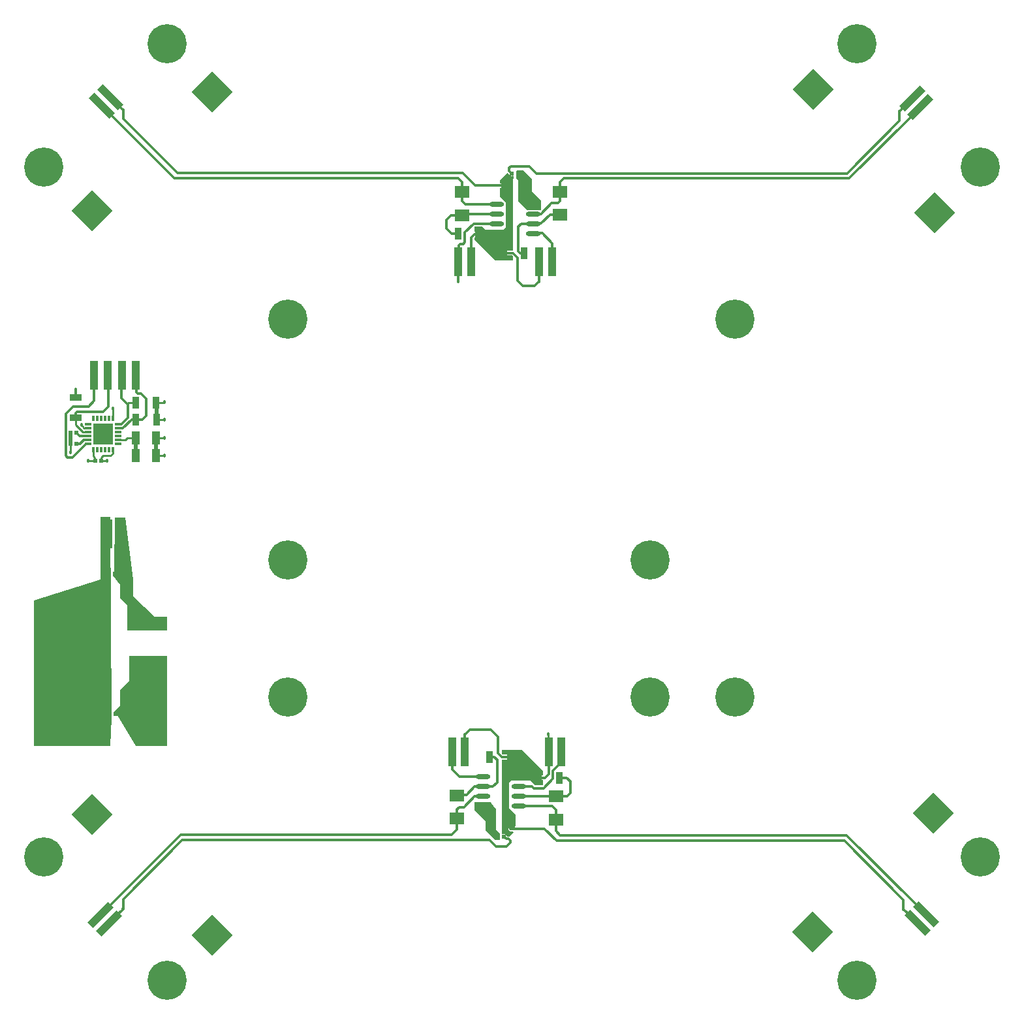
<source format=gtl>
G04*
G04 #@! TF.GenerationSoftware,Altium Limited,Altium Designer,20.1.14 (287)*
G04*
G04 Layer_Physical_Order=1*
G04 Layer_Color=255*
%FSLAX25Y25*%
%MOIN*%
G70*
G04*
G04 #@! TF.SameCoordinates,1D987C98-FF78-4C22-975A-79D4403F1CEA*
G04*
G04*
G04 #@! TF.FilePolarity,Positive*
G04*
G01*
G75*
%ADD14P,0.21213X4X90.0*%
%ADD15R,0.04000X0.15000*%
%ADD16R,0.15000X0.15000*%
%ADD17R,0.37795X0.41142*%
%ADD18R,0.16142X0.04134*%
%ADD19O,0.07480X0.02362*%
%ADD20R,0.03378X0.06347*%
%ADD21R,0.07480X0.05906*%
%ADD22R,0.04331X0.06693*%
%ADD23R,0.02047X0.02047*%
G04:AMPARAMS|DCode=24|XSize=150mil|YSize=40mil|CornerRadius=0mil|HoleSize=0mil|Usage=FLASHONLY|Rotation=45.000|XOffset=0mil|YOffset=0mil|HoleType=Round|Shape=Rectangle|*
%AMROTATEDRECTD24*
4,1,4,-0.03889,-0.06718,-0.06718,-0.03889,0.03889,0.06718,0.06718,0.03889,-0.03889,-0.06718,0.0*
%
%ADD24ROTATEDRECTD24*%

G04:AMPARAMS|DCode=25|XSize=150mil|YSize=40mil|CornerRadius=0mil|HoleSize=0mil|Usage=FLASHONLY|Rotation=135.000|XOffset=0mil|YOffset=0mil|HoleType=Round|Shape=Rectangle|*
%AMROTATEDRECTD25*
4,1,4,0.06718,-0.03889,0.03889,-0.06718,-0.06718,0.03889,-0.03889,0.06718,0.06718,-0.03889,0.0*
%
%ADD25ROTATEDRECTD25*%

%ADD26R,0.06102X0.03543*%
%ADD27R,0.01378X0.03150*%
%ADD28R,0.03347X0.01378*%
%ADD29R,0.10236X0.10630*%
%ADD30R,0.03543X0.06102*%
%ADD47C,0.01000*%
%ADD48C,0.02000*%
%ADD49C,0.01400*%
%ADD50C,0.20000*%
%ADD51C,0.01800*%
G36*
X321339Y537275D02*
X322602Y536011D01*
X322999Y535746D01*
X323467Y535653D01*
X323936Y535746D01*
X323996Y535787D01*
X324494Y535518D01*
X324486Y534691D01*
X323960Y534165D01*
Y497506D01*
X319393D01*
X318924Y497413D01*
X318527Y497147D01*
X318262Y496750D01*
X318169Y496282D01*
X318262Y495814D01*
X318527Y495417D01*
X318924Y495152D01*
X319393Y495059D01*
X323625D01*
X323960Y494725D01*
Y492542D01*
X314960D01*
X304379Y503124D01*
X304472Y503217D01*
Y504233D01*
X304839Y504600D01*
X306072D01*
X306314Y504648D01*
X306540Y504693D01*
X306540Y504693D01*
X306540Y504693D01*
X306745Y504829D01*
X306937Y504958D01*
X307387Y505408D01*
X307387Y505408D01*
X307388Y505408D01*
X307491Y505511D01*
X307756Y505908D01*
X307849Y506377D01*
X307756Y506845D01*
X307491Y507242D01*
X307094Y507507D01*
X306626Y507600D01*
X306158Y507507D01*
X305761Y507242D01*
X305658Y507139D01*
X305657Y507139D01*
X305566Y507047D01*
X304472D01*
Y510013D01*
X308509D01*
X310159Y508364D01*
X319420D01*
X320538Y509481D01*
Y522156D01*
X317365Y525329D01*
Y529502D01*
X318068D01*
X319059Y528511D01*
X319456Y528246D01*
X319924Y528153D01*
X320392Y528246D01*
X320789Y528511D01*
X321054Y528908D01*
X321147Y529377D01*
X321054Y529845D01*
X320789Y530242D01*
X319440Y531591D01*
X319043Y531856D01*
X318575Y531949D01*
X317365D01*
Y533422D01*
X321228Y537286D01*
X321339Y537275D01*
D02*
G37*
G36*
X333778Y534146D02*
Y527806D01*
X338428Y523157D01*
X338428Y518298D01*
X331468D01*
X326741Y523024D01*
Y533341D01*
X325676Y534406D01*
X325649Y538097D01*
X326001Y538452D01*
X329463Y538462D01*
X333778Y534146D01*
D02*
G37*
G36*
X130000Y329500D02*
Y321000D01*
X141000Y310500D01*
X147500D01*
Y303500D01*
X127000D01*
Y316500D01*
X123500Y320000D01*
Y326834D01*
X119551Y331519D01*
X120404Y333583D01*
X120822Y361340D01*
X125998D01*
X130000Y329500D01*
D02*
G37*
G36*
X147500Y283500D02*
Y264000D01*
Y244556D01*
X131370D01*
X122098Y260061D01*
X120051D01*
Y262024D01*
X123500Y265000D01*
Y273000D01*
X128000Y278000D01*
Y290500D01*
X147500D01*
Y283500D01*
D02*
G37*
G36*
X119000Y259000D02*
X118293Y244473D01*
X79500D01*
Y319000D01*
X113500Y329500D01*
Y361523D01*
X118293D01*
X119000Y259000D01*
D02*
G37*
G36*
X339270Y232019D02*
Y229596D01*
X337142D01*
X336673Y229503D01*
X336277Y229238D01*
X336011Y228841D01*
X335918Y228373D01*
X336011Y227904D01*
X336277Y227507D01*
X336673Y227242D01*
X337142Y227149D01*
X339270D01*
Y224632D01*
X335169D01*
X332943Y226859D01*
X323026D01*
X322995Y226890D01*
X322119Y226014D01*
Y213011D01*
X322127D01*
X325500Y209637D01*
Y203458D01*
X322806D01*
X322337Y203365D01*
X321940Y203100D01*
X321675Y202703D01*
X321582Y202235D01*
X321675Y201767D01*
X321940Y201370D01*
X322337Y201104D01*
X322806Y201011D01*
X324159D01*
X324350Y200549D01*
X322032Y198231D01*
X321793Y198279D01*
X321127D01*
X320263Y199143D01*
X319866Y199408D01*
X319397Y199502D01*
X318952Y199413D01*
X318925Y199411D01*
X318452Y199691D01*
X318452Y237649D01*
X322590D01*
X323059Y237742D01*
X323456Y238007D01*
X323721Y238404D01*
X323814Y238873D01*
X323721Y239341D01*
X323456Y239738D01*
X323059Y240003D01*
X322590Y240096D01*
X318822D01*
X318452Y240466D01*
Y242613D01*
X328677D01*
X339270Y232019D01*
D02*
G37*
G36*
X313046Y215132D02*
X315236Y212269D01*
Y201911D01*
X317295Y199853D01*
Y196703D01*
X314997D01*
X310145Y201555D01*
Y206331D01*
X304437Y211992D01*
Y215753D01*
X312571D01*
X313046Y215132D01*
D02*
G37*
D14*
X477042Y149416D02*
D03*
X538547Y210170D02*
D03*
X108932Y517833D02*
D03*
X170437Y578587D02*
D03*
X477413Y579883D02*
D03*
X539264Y516743D02*
D03*
X170436Y147793D02*
D03*
X108919Y209700D02*
D03*
D15*
X117199Y433952D02*
D03*
X110106D02*
D03*
X124292D02*
D03*
X131385D02*
D03*
X123484Y352854D02*
D03*
X117372Y352915D02*
D03*
X348734Y241595D02*
D03*
X342250D02*
D03*
X299483D02*
D03*
X292995D02*
D03*
X302575Y491755D02*
D03*
X296091D02*
D03*
X337511D02*
D03*
X343995D02*
D03*
D16*
X139509Y252779D02*
D03*
D17*
X99327Y297000D02*
D03*
D18*
X138500Y307000D02*
D03*
Y287000D02*
D03*
D19*
X308571Y228778D02*
D03*
Y223778D02*
D03*
Y218778D02*
D03*
Y213778D02*
D03*
X327075Y228778D02*
D03*
Y223778D02*
D03*
Y218778D02*
D03*
Y213778D02*
D03*
X334294Y506377D02*
D03*
Y511377D02*
D03*
Y516377D02*
D03*
Y521377D02*
D03*
X315790Y506377D02*
D03*
Y511377D02*
D03*
Y516377D02*
D03*
Y521377D02*
D03*
D20*
X312142Y238873D02*
D03*
X322590D02*
D03*
X329841Y496282D02*
D03*
X319393D02*
D03*
X347590Y228373D02*
D03*
X337142D02*
D03*
X296074Y506273D02*
D03*
X306522D02*
D03*
D21*
X295366Y219278D02*
D03*
Y207467D02*
D03*
X348117Y515877D02*
D03*
Y527688D02*
D03*
X345970Y218835D02*
D03*
Y207024D02*
D03*
X298203Y515702D02*
D03*
Y527513D02*
D03*
D22*
X312705Y205778D02*
D03*
X322941D02*
D03*
X330160Y529377D02*
D03*
X319924D02*
D03*
X126618Y325000D02*
D03*
X116382D02*
D03*
X126736Y268500D02*
D03*
X116500D02*
D03*
X131518Y401866D02*
D03*
X141754D02*
D03*
X131474Y392866D02*
D03*
X141711D02*
D03*
D23*
X323467Y536877D02*
D03*
X326617D02*
D03*
X319397Y198278D02*
D03*
X316248D02*
D03*
X117425Y332500D02*
D03*
X120575D02*
D03*
X117925Y261000D02*
D03*
X121075D02*
D03*
X97910Y404568D02*
D03*
X101059D02*
D03*
X113711Y390366D02*
D03*
X110561D02*
D03*
X97884Y398889D02*
D03*
X101033D02*
D03*
D24*
X113499Y158308D02*
D03*
X117800Y154007D02*
D03*
X532197Y570781D02*
D03*
X527896Y575082D02*
D03*
D25*
X534959Y158440D02*
D03*
X530607Y154129D02*
D03*
X114193Y571418D02*
D03*
X118545Y575729D02*
D03*
D26*
X100636Y412149D02*
D03*
Y422583D02*
D03*
D27*
X119632Y411740D02*
D03*
X117664D02*
D03*
X115695D02*
D03*
X113726D02*
D03*
X111758D02*
D03*
X109790D02*
D03*
Y395992D02*
D03*
X111758D02*
D03*
X113726D02*
D03*
X115695D02*
D03*
X117664D02*
D03*
X119632D02*
D03*
D28*
X106935Y408787D02*
D03*
Y406819D02*
D03*
Y404850D02*
D03*
Y402882D02*
D03*
Y400913D02*
D03*
Y398945D02*
D03*
X122486D02*
D03*
Y400913D02*
D03*
Y402882D02*
D03*
Y404850D02*
D03*
Y406819D02*
D03*
Y408787D02*
D03*
D29*
X114711Y403866D02*
D03*
D30*
X131494Y411366D02*
D03*
X141927D02*
D03*
X141852Y419866D02*
D03*
X131419D02*
D03*
D47*
X342149Y241664D02*
X342234Y241578D01*
X342149Y241664D02*
Y250532D01*
X119632Y411740D02*
X119694Y411802D01*
Y416669D01*
X119755Y416731D01*
X97884Y398889D02*
X97888Y398886D01*
Y394566D02*
Y398886D01*
Y394566D02*
X97891Y394563D01*
X110553Y390358D02*
X110561Y390366D01*
X107099Y390358D02*
X110553D01*
X107090Y390349D02*
X107099Y390358D01*
X113711Y390366D02*
X113719Y390358D01*
X116847D01*
X116855Y390349D01*
X141927Y411366D02*
X141980Y411313D01*
X145943D01*
X141852Y419866D02*
X145364D01*
X145702Y420203D01*
X145918D01*
X141711Y392866D02*
X141806Y392771D01*
X145918D01*
X141754Y401866D02*
X141779Y401891D01*
X145918D01*
X100636Y408479D02*
X104235Y404880D01*
Y404850D02*
Y404880D01*
X100636Y408479D02*
Y412149D01*
X104235Y404850D02*
X106935D01*
X103743Y408368D02*
Y408584D01*
Y408368D02*
X104262Y407849D01*
Y407684D02*
Y407849D01*
Y407684D02*
X104868Y407078D01*
Y407005D02*
Y407078D01*
Y407005D02*
X106749D01*
X106935Y406819D01*
X131391Y419838D02*
X131419Y419866D01*
X127136Y419252D02*
X127722Y419838D01*
X131391D01*
X119587Y395946D02*
X119632Y395992D01*
X119587Y394023D02*
Y395946D01*
X113645Y391941D02*
X114686Y392982D01*
X118545D01*
X119587Y394023D01*
X113645Y390432D02*
Y391941D01*
Y390432D02*
X113711Y390366D01*
X110494Y390433D02*
X110561Y390366D01*
X110494Y390433D02*
Y391941D01*
X109790Y392645D02*
Y395992D01*
Y392645D02*
X110494Y391941D01*
X106897Y400951D02*
X106935Y400913D01*
X126183D02*
X127136Y401866D01*
X131518D01*
X131136Y393205D02*
X131474Y392866D01*
X106919Y402866D02*
X106935Y402882D01*
X122486Y400913D02*
X126183D01*
D48*
X97910Y398915D02*
Y404568D01*
X97884Y398889D02*
X97910Y398915D01*
X141890Y411403D02*
X141927Y411366D01*
X141890Y411403D02*
Y419829D01*
X141852Y419866D02*
X141890Y419829D01*
X131474Y392866D02*
X131496Y392888D01*
Y401844D01*
X131518Y401866D01*
X141732Y401844D02*
X141754Y401866D01*
X141732Y392888D02*
Y401844D01*
X141711Y392866D02*
X141732Y392888D01*
D49*
X100604Y422615D02*
X100636Y422583D01*
X100604Y422615D02*
Y426572D01*
X100636Y412149D02*
Y414500D01*
X101497Y415360D01*
X114560D01*
X102746Y402882D02*
X106935D01*
X101059Y404568D02*
X102746Y402882D01*
X101033Y398889D02*
X101133Y398988D01*
X102919D01*
X104833Y400902D02*
X106924D01*
X102919Y398988D02*
X104833Y400902D01*
X106924D02*
X106935Y400913D01*
X98968Y391940D02*
X105973Y398945D01*
X95633Y392760D02*
Y414077D01*
X96453Y391940D02*
X98968D01*
X95633Y392760D02*
X96453Y391940D01*
X320655Y193116D02*
X322614Y195075D01*
X319397Y198278D02*
X320620Y197055D01*
X321793D01*
X322614Y196235D01*
Y195075D02*
Y196235D01*
X315238Y193116D02*
X320655D01*
X155125Y196389D02*
X311966D01*
X315238Y193116D01*
X124885Y166149D02*
X155125Y196389D01*
X117800Y154212D02*
X124885Y161297D01*
Y166149D01*
X117800Y154007D02*
Y154212D01*
X113499Y158308D02*
X154379Y199188D01*
X292823D01*
X295373Y201738D01*
X322806Y202235D02*
X340196D01*
X346325Y196105D01*
X493246D02*
X523508Y165843D01*
X346325Y196105D02*
X493246D01*
X523508Y161228D02*
X530607Y154129D01*
X523508Y161228D02*
Y165843D01*
X534959Y158440D02*
Y158440D01*
X528270Y165129D02*
X534959Y158440D01*
X528270Y165129D02*
Y165214D01*
X494456Y199028D02*
X528270Y165214D01*
X348148Y199028D02*
X494456D01*
X346065Y201111D02*
X348148Y199028D01*
X348734Y236095D02*
Y241595D01*
X344481Y231841D02*
X348734Y236095D01*
X344481Y227763D02*
Y231841D01*
X339624Y222906D02*
X344481Y227763D01*
X334658Y222906D02*
X339624D01*
X340397Y228373D02*
X342234Y230209D01*
Y241578D01*
X333841Y223723D02*
X334658Y222906D01*
X327130Y223723D02*
X333841D01*
X346065Y201111D02*
Y206929D01*
X296091Y491755D02*
X296241Y491905D01*
X297061Y501040D02*
X298632D01*
X296241Y500220D02*
X297061Y501040D01*
X296241Y491905D02*
Y500220D01*
X299452Y501860D02*
Y506914D01*
X298632Y501040D02*
X299452Y501860D01*
Y506914D02*
X303914Y511377D01*
X323024Y540586D02*
X332382D01*
X322204Y538140D02*
X323467Y536877D01*
X322204Y538140D02*
Y539766D01*
X323024Y540586D01*
X332382D02*
X335985Y536983D01*
X494588D02*
X521401Y563796D01*
X335985Y536983D02*
X494588D01*
X495772Y534448D02*
X525662Y564338D01*
X348117Y532619D02*
X349946Y534448D01*
X495772D01*
X348117Y527688D02*
Y532619D01*
Y523003D02*
Y527688D01*
X521401Y563796D02*
Y568639D01*
X318575Y530725D02*
X319924Y529377D01*
X304803Y530725D02*
X318575D01*
X298327Y537200D02*
X304803Y530725D01*
X152694Y537200D02*
X298327D01*
X125007Y564888D02*
X152694Y537200D01*
X296063Y534537D02*
X298203Y532397D01*
Y527513D02*
Y532397D01*
X151075Y534537D02*
X296063D01*
X114193Y571418D02*
X151075Y534537D01*
X131398Y411270D02*
X131494Y411366D01*
X129230Y411270D02*
X131398D01*
X122497Y406830D02*
X124791D01*
X129230Y411270D01*
X122486Y406819D02*
X122497Y406830D01*
X127263Y412168D02*
Y419125D01*
X127136Y419252D02*
X127263Y419125D01*
X122497Y408798D02*
X123893D01*
X127263Y412168D01*
X122486Y408787D02*
X122497Y408798D01*
X124183Y424667D02*
Y433952D01*
X110207Y420826D02*
Y433952D01*
X107272Y417891D02*
X110207Y420826D01*
X95633Y414077D02*
X99447Y417891D01*
X107272D01*
X117199Y433952D02*
X117242Y433909D01*
Y418042D02*
Y433909D01*
X114560Y415360D02*
X117242Y418042D01*
X105973Y398945D02*
X106935D01*
X124130Y422258D02*
Y424614D01*
Y422258D02*
X127136Y419252D01*
X124130Y424614D02*
X124183Y424667D01*
X131385Y433952D02*
X131567Y433770D01*
Y425336D02*
Y433770D01*
Y425336D02*
X132374Y424529D01*
X133942D01*
X136636Y421835D01*
X134742Y411366D02*
X136636Y413260D01*
Y421835D01*
X131494Y411366D02*
X134742D01*
X118545Y575720D02*
X125007Y569259D01*
Y564888D02*
Y569259D01*
X118545Y575720D02*
Y575729D01*
X295366Y207467D02*
X295373Y207460D01*
Y201738D02*
Y207460D01*
X319393Y496282D02*
X324132D01*
X326390Y494025D01*
Y482124D02*
X329057Y479456D01*
X326390Y482124D02*
Y494025D01*
X329057Y479456D02*
X335007D01*
X337521Y481970D02*
Y482739D01*
X335007Y479456D02*
X337521Y481970D01*
X337511Y482749D02*
X337521Y482739D01*
X337511Y482749D02*
Y491755D01*
X306072Y505823D02*
X306522Y506273D01*
X304332Y505823D02*
X306072D01*
X302575Y504066D02*
X304332Y505823D01*
X302575Y491755D02*
Y504066D01*
X327075Y223778D02*
X327130Y223723D01*
X348725Y241604D02*
X348734Y241595D01*
X337142Y228373D02*
X340397D01*
X318259Y238873D02*
X322590D01*
X316233Y240898D02*
X318259Y238873D01*
X316233Y240898D02*
Y249289D01*
X312727Y252795D02*
X316233Y249289D01*
X301976Y252795D02*
X312727D01*
X299483Y250302D02*
X301976Y252795D01*
X299483Y241595D02*
Y250302D01*
X292995Y232502D02*
Y241595D01*
X296720Y228778D02*
X308571D01*
X292995Y232502D02*
X296720Y228778D01*
X290084Y508844D02*
X292654Y506273D01*
X290084Y513258D02*
X292528Y515702D01*
X298203D02*
X298877Y516377D01*
X298203Y522944D02*
X299770Y521377D01*
X308522Y223730D02*
X308571Y223778D01*
X308558Y218765D02*
X308571Y218778D01*
X306522Y506273D02*
X306626Y506377D01*
X314466Y238855D02*
X315925Y237396D01*
X334294Y506377D02*
X334306Y506389D01*
X334294Y516377D02*
X334319Y516351D01*
X345970Y207024D02*
X346065Y206929D01*
X345913Y218778D02*
X345970Y218835D01*
X346896Y521782D02*
X348117Y523003D01*
X290084Y508844D02*
Y513258D01*
X298203Y522944D02*
Y527513D01*
X313849Y223778D02*
X315925Y225854D01*
X326661Y497169D02*
Y509763D01*
X334271Y511353D02*
X334294Y511377D01*
X334324Y511407D01*
X329798Y496239D02*
X329841Y496282D01*
X345970Y207024D02*
Y211753D01*
X353264Y220427D02*
Y226545D01*
X315925Y225854D02*
Y237396D01*
X338428Y511407D02*
X342898Y515877D01*
X295366Y212136D02*
X296603Y213373D01*
X299044D01*
X308571Y223778D02*
X313849D01*
X300262Y219555D02*
X304437Y223730D01*
X308522D01*
X304437Y218765D02*
X308558D01*
X295366Y219278D02*
X295643Y219555D01*
X300262D01*
X312142Y238873D02*
X312159Y238855D01*
X314466D01*
X296099Y481777D02*
X296107Y481769D01*
X296091Y491755D02*
X296099Y491747D01*
X298877Y516377D02*
X315790D01*
X299770Y521377D02*
X315790D01*
X327075Y213778D02*
X343945D01*
X345970Y211753D01*
X327075Y218778D02*
X345913D01*
X345970Y218835D02*
X351673D01*
X353264Y220427D01*
X347590Y228373D02*
X351437D01*
X334306Y506389D02*
X338911D01*
X342898Y515877D02*
X348117D01*
X334319Y516351D02*
X338428D01*
X343859Y521782D02*
X346896D01*
X299044Y213373D02*
X304437Y218765D01*
X295366Y207467D02*
Y212136D01*
X303914Y511377D02*
X315790D01*
X351437Y228373D02*
X353264Y226545D01*
X328252Y511353D02*
X334271D01*
X326661Y509763D02*
X328252Y511353D01*
X334324Y511407D02*
X338428D01*
X326661Y497169D02*
X327591Y496239D01*
X329798D01*
X343995Y491755D02*
Y501304D01*
X338911Y506389D02*
X343995Y501304D01*
X296099Y481777D02*
Y491747D01*
X338428Y516351D02*
X343859Y521782D01*
X292654Y506273D02*
X296074D01*
X292528Y515702D02*
X298203D01*
X114193Y571385D02*
Y571418D01*
X532151Y570781D02*
X532197D01*
X525708Y564338D02*
X532151Y570781D01*
X525662Y564338D02*
X525708D01*
X527870Y575082D02*
X527896D01*
X521427Y568639D02*
X527870Y575082D01*
X521401Y568639D02*
X521427D01*
D50*
X437300Y269500D02*
D03*
X499600Y125000D02*
D03*
X84500Y540100D02*
D03*
X209000Y269500D02*
D03*
Y462400D02*
D03*
X437300D02*
D03*
X209000Y339500D02*
D03*
X394000Y269500D02*
D03*
Y339500D02*
D03*
X562600Y188000D02*
D03*
X499600Y603100D02*
D03*
X147500D02*
D03*
Y125000D02*
D03*
X562600Y540100D02*
D03*
X84500Y188000D02*
D03*
D51*
X107222Y324334D02*
D03*
X313522Y210340D02*
D03*
X312158Y201111D02*
D03*
X307581Y211235D02*
D03*
X320168Y201181D02*
D03*
X320003Y210230D02*
D03*
X320168Y222873D02*
D03*
X342149Y250532D02*
D03*
X299486Y250259D02*
D03*
X319344Y232528D02*
D03*
X328920Y231653D02*
D03*
X327255Y241421D02*
D03*
X331347Y237766D02*
D03*
X119755Y416731D02*
D03*
X107090Y390349D02*
D03*
X116855D02*
D03*
X97891Y394563D02*
D03*
X145943Y411313D02*
D03*
X145918Y420203D02*
D03*
Y401891D02*
D03*
Y392771D02*
D03*
X103743Y408584D02*
D03*
X100604Y426572D02*
D03*
X125043Y264296D02*
D03*
X127470Y256530D02*
D03*
X126985Y273437D02*
D03*
X129007Y288808D02*
D03*
X137987Y283550D02*
D03*
X131515Y277401D02*
D03*
X145834Y277321D02*
D03*
X139039Y271739D02*
D03*
X131758Y262759D02*
D03*
X145753Y263325D02*
D03*
X138796Y255316D02*
D03*
X132405Y246498D02*
D03*
X145915D02*
D03*
X125361Y319903D02*
D03*
X128359Y329563D02*
D03*
X122296Y343687D02*
D03*
X128825Y315839D02*
D03*
X138619Y305779D02*
D03*
X116789Y319432D02*
D03*
X116315Y247007D02*
D03*
X98920Y247165D02*
D03*
X107696Y277935D02*
D03*
X107854Y299428D02*
D03*
X115840Y343705D02*
D03*
X90144Y318880D02*
D03*
X90697Y298321D02*
D03*
X90855Y277935D02*
D03*
X82529Y246981D02*
D03*
X171616Y152737D02*
D03*
X165429Y146567D02*
D03*
X169554Y142454D02*
D03*
X175741Y148624D02*
D03*
X109914Y214543D02*
D03*
X103726Y208373D02*
D03*
X107851Y204260D02*
D03*
X114039Y210430D02*
D03*
X109775Y522626D02*
D03*
X103588Y516456D02*
D03*
X107713Y512343D02*
D03*
X113900Y518513D02*
D03*
X171437Y583797D02*
D03*
X165249Y577627D02*
D03*
X169374Y573513D02*
D03*
X175562Y579683D02*
D03*
X478275Y585172D02*
D03*
X472087Y579002D02*
D03*
X476213Y574889D02*
D03*
X482400Y581059D02*
D03*
X540210Y521791D02*
D03*
X534023Y515621D02*
D03*
X538148Y511508D02*
D03*
X544335Y517678D02*
D03*
X478046Y154350D02*
D03*
X471859Y148180D02*
D03*
X475984Y144067D02*
D03*
X482171Y150237D02*
D03*
X539303Y215543D02*
D03*
X533116Y209373D02*
D03*
X537241Y205260D02*
D03*
X543428Y211430D02*
D03*
X523541Y161278D02*
D03*
X124729Y161275D02*
D03*
X125088Y569105D02*
D03*
X521369Y568452D02*
D03*
X337472Y482014D02*
D03*
X309157Y500028D02*
D03*
X322493Y502103D02*
D03*
X302595Y500917D02*
D03*
X314830Y501933D02*
D03*
X322634Y516761D02*
D03*
X328979Y523538D02*
D03*
X329428Y536316D02*
D03*
X331886Y519550D02*
D03*
X296107Y481769D02*
D03*
X320082Y524587D02*
D03*
X320522Y535136D02*
D03*
X110774Y399929D02*
D03*
Y403866D02*
D03*
Y407803D02*
D03*
X114711Y399929D02*
D03*
Y403866D02*
D03*
Y407803D02*
D03*
X118648Y399929D02*
D03*
Y403866D02*
D03*
Y407803D02*
D03*
M02*

</source>
